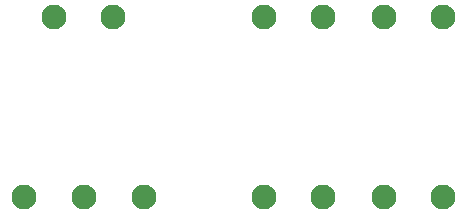
<source format=gts>
G04 Layer: TopSolderMaskLayer*
G04 EasyEDA v6.5.43, 2024-07-05 18:18:57*
G04 3cc891f10281484faf5b1308816f21d3,cc13f507e4144743b0c78f9bb9a039b6,10*
G04 Gerber Generator version 0.2*
G04 Scale: 100 percent, Rotated: No, Reflected: No *
G04 Dimensions in millimeters *
G04 leading zeros omitted , absolute positions ,4 integer and 5 decimal *
%FSLAX45Y45*%
%MOMM*%

%ADD10C,2.1016*%

%LPD*%
D10*
G01*
X3806443Y6096000D03*
G01*
X3305556Y6096000D03*
G01*
X3305556Y4572000D03*
G01*
X3806443Y4572000D03*
G01*
X4321556Y4572000D03*
G01*
X4822443Y4572000D03*
G01*
X4822443Y6096000D03*
G01*
X4321556Y6096000D03*
G01*
X2028443Y6096000D03*
G01*
X1527555Y6096000D03*
G01*
X2286000Y4572000D03*
G01*
X1270000Y4572000D03*
G01*
X1778000Y4572000D03*
M02*

</source>
